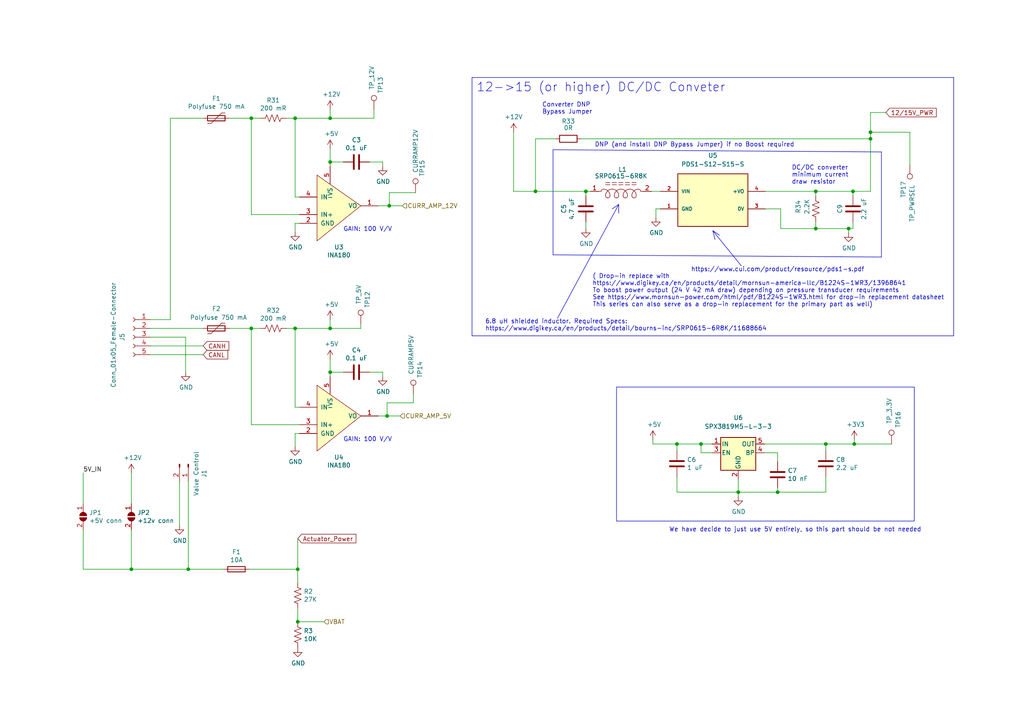
<source format=kicad_sch>
(kicad_sch (version 20230121) (generator eeschema)
  (paper "A4")
  (lib_symbols
    (symbol "Connector:Conn_01x05_Female" (pin_names (offset 1.016) hide)
      (property "Reference" "J" (at 0 7.62 0))
      (property "Value" "Conn_01x05_Female" (at 0 -7.62 0))
      (symbol "Conn_01x05_Female_1_1"
        (arc (start 0 -4.572) (mid -0.5058 -5.08) (end 0 -5.588) (stroke (width 0.1524)))
        (arc (start 0 -2.032) (mid -0.5058 -2.54) (end 0 -3.048) (stroke (width 0.1524)))
        (polyline (pts (xy -1.27 -5.08) (xy -0.508 -5.08)) (stroke (width 0.1524)))
        (polyline (pts (xy -1.27 -2.54) (xy -0.508 -2.54)) (stroke (width 0.1524)))
        (polyline (pts (xy -1.27 0) (xy -0.508 0)) (stroke (width 0.1524)))
        (polyline (pts (xy -1.27 2.54) (xy -0.508 2.54)) (stroke (width 0.1524)))
        (polyline (pts (xy -1.27 5.08) (xy -0.508 5.08)) (stroke (width 0.1524)))
        (arc (start 0 0.508) (mid -0.5058 0) (end 0 -0.508) (stroke (width 0.1524)))
        (arc (start 0 3.048) (mid -0.5058 2.54) (end 0 2.032) (stroke (width 0.1524)))
        (arc (start 0 5.588) (mid -0.5058 5.08) (end 0 4.572) (stroke (width 0.1524)))
        (pin passive line (at -5.08 5.08 0) (length 3.81) (name "Pin_1") (number "1"))
        (pin passive line (at -5.08 2.54 0) (length 3.81) (name "Pin_2") (number "2"))
        (pin passive line (at -5.08 0 0) (length 3.81) (name "Pin_3") (number "3"))
        (pin passive line (at -5.08 -2.54 0) (length 3.81) (name "Pin_4") (number "4"))
        (pin passive line (at -5.08 -5.08 0) (length 3.81) (name "Pin_5") (number "5"))
      )
    )
    (symbol "Device:C" (pin_numbers hide) (pin_names (offset 0.254))
      (property "Reference" "C" (at 0.635 2.54 0))
      (property "Value" "C" (at 0.635 -2.54 0))
      (symbol "C_0_1"
        (polyline (pts (xy -2.032 -0.762) (xy 2.032 -0.762)) (stroke (width 0.508)))
        (polyline (pts (xy -2.032 0.762) (xy 2.032 0.762)) (stroke (width 0.508)))
      )
      (symbol "C_1_1"
        (pin passive line (at 0 3.81 270) (length 2.794) (name "~") (number "1"))
        (pin passive line (at 0 -3.81 90) (length 2.794) (name "~") (number "2"))
      )
    )
    (symbol "Device:Fuse" (pin_numbers hide) (pin_names (offset 0))
      (property "Reference" "F" (at 2.032 0 90))
      (property "Value" "Fuse" (at -1.905 0 90))
      (symbol "Fuse_0_1"
        (rectangle (start -0.762 -2.54) (end 0.762 2.54) (stroke (width 0.254)))
        (polyline (pts (xy 0 2.54) (xy 0 -2.54)))
      )
      (symbol "Fuse_1_1"
        (pin passive line (at 0 3.81 270) (length 1.27) (name "~") (number "1"))
        (pin passive line (at 0 -3.81 90) (length 1.27) (name "~") (number "2"))
      )
    )
    (symbol "Device:Polyfuse" (pin_numbers hide) (pin_names (offset 0))
      (property "Reference" "F" (at -2.54 0 90))
      (property "Value" "Polyfuse" (at 2.54 0 90))
      (symbol "Polyfuse_0_1"
        (rectangle (start -0.762 2.54) (end 0.762 -2.54) (stroke (width 0.254)))
        (polyline (pts (xy 0 2.54) (xy 0 -2.54)))
        (polyline (pts (xy -1.524 2.54) (xy -1.524 1.524) (xy 1.524 -1.524) (xy 1.524 -2.54)))
      )
      (symbol "Polyfuse_1_1"
        (pin passive line (at 0 3.81 270) (length 1.27) (name "~") (number "1"))
        (pin passive line (at 0 -3.81 90) (length 1.27) (name "~") (number "2"))
      )
    )
    (symbol "Device:R" (pin_numbers hide) (pin_names (offset 0))
      (property "Reference" "R" (at 2.032 0 90))
      (property "Value" "R" (at 0 0 90))
      (symbol "R_0_1"
        (rectangle (start -1.016 -2.54) (end 1.016 2.54) (stroke (width 0.254)))
      )
      (symbol "R_1_1"
        (pin passive line (at 0 3.81 270) (length 1.27) (name "~") (number "1"))
        (pin passive line (at 0 -3.81 90) (length 1.27) (name "~") (number "2"))
      )
    )
    (symbol "Device:R_US" (pin_numbers hide) (pin_names (offset 0))
      (property "Reference" "R" (at 2.54 0 90))
      (property "Value" "R_US" (at -2.54 0 90))
      (symbol "R_US_0_1"
        (polyline (pts (xy 0 -2.286) (xy 0 -2.54)))
        (polyline (pts (xy 0 2.286) (xy 0 2.54)))
        (polyline (pts (xy 0 -0.762) (xy 1.016 -1.143) (xy 0 -1.524) (xy -1.016 -1.905) (xy 0 -2.286)))
        (polyline (pts (xy 0 0.762) (xy 1.016 0.381) (xy 0 0) (xy -1.016 -0.381) (xy 0 -0.762)))
        (polyline (pts (xy 0 2.286) (xy 1.016 1.905) (xy 0 1.524) (xy -1.016 1.143) (xy 0 0.762)))
      )
      (symbol "R_US_1_1"
        (pin passive line (at 0 3.81 270) (length 1.27) (name "~") (number "1"))
        (pin passive line (at 0 -3.81 90) (length 1.27) (name "~") (number "2"))
      )
    )
    (symbol "Jumper:SolderJumper_2_Open" (pin_names (offset 0) hide)
      (property "Reference" "JP" (at 0 2.032 0))
      (property "Value" "SolderJumper_2_Open" (at 0 -2.54 0))
      (symbol "SolderJumper_2_Open_0_1"
        (arc (start -0.254 1.016) (mid -1.2656 0) (end -0.254 -1.016))
        (arc (start -0.254 1.016) (mid -1.2656 0) (end -0.254 -1.016) (fill (type outline)))
        (polyline (pts (xy -0.254 1.016) (xy -0.254 -1.016)))
        (polyline (pts (xy 0.254 1.016) (xy 0.254 -1.016)))
        (arc (start 0.254 -1.016) (mid 1.2656 0) (end 0.254 1.016))
        (arc (start 0.254 -1.016) (mid 1.2656 0) (end 0.254 1.016) (fill (type outline)))
      )
      (symbol "SolderJumper_2_Open_1_1"
        (pin passive line (at -3.81 0 0) (length 2.54) (name "A") (number "1"))
        (pin passive line (at 3.81 0 180) (length 2.54) (name "B") (number "2"))
      )
    )
    (symbol "PDS1-S12-S15-S:PDS1-S12-S15-S" (pin_names (offset 1.016))
      (property "Reference" "U" (at -10.2616 7.6962 0))
      (property "Value" "PDS1-S12-S15-S" (at -10.2362 -10.2362 0))
      (symbol "PDS1-S12-S15-S_0_0"
        (rectangle (start -10.16 -7.62) (end 10.16 7.62) (stroke (width 0.254)) (fill (type background)))
        (pin power_in line (at -15.24 -2.54 0) (length 5.08) (name "GND") (number "1"))
        (pin input line (at -15.24 2.54 0) (length 5.08) (name "VIN") (number "2"))
        (pin power_in line (at 15.24 -2.54 180) (length 5.08) (name "0V") (number "3"))
        (pin output line (at 15.24 2.54 180) (length 5.08) (name "+VO") (number "4"))
      )
    )
    (symbol "Regulator_Linear:SPX3819M5-L-3-3" (pin_names (offset 0.254))
      (property "Reference" "U" (at -3.81 5.715 0))
      (property "Value" "SPX3819M5-L-3-3" (at 0 5.715 0))
      (symbol "SPX3819M5-L-3-3_0_1"
        (rectangle (start -5.08 4.445) (end 5.08 -5.08) (stroke (width 0.254)) (fill (type background)))
      )
      (symbol "SPX3819M5-L-3-3_1_1"
        (pin power_in line (at -7.62 2.54 0) (length 2.54) (name "IN") (number "1"))
        (pin power_in line (at 0 -7.62 90) (length 2.54) (name "GND") (number "2"))
        (pin input line (at -7.62 0 0) (length 2.54) (name "EN") (number "3"))
        (pin input line (at 7.62 0 180) (length 2.54) (name "BP") (number "4"))
        (pin power_out line (at 7.62 2.54 180) (length 2.54) (name "OUT") (number "5"))
      )
    )
    (symbol "actuator-rescue:Conn_01x02_Male-Connector" (pin_names (offset 1.016) hide)
      (property "Reference" "J" (at 0 2.54 0))
      (property "Value" "Connector_Conn_01x02_Male" (at 0 -5.08 0))
      (symbol "Conn_01x02_Male-Connector_1_1"
        (polyline (pts (xy 1.27 -2.54) (xy 0.8636 -2.54)) (stroke (width 0.1524)))
        (polyline (pts (xy 1.27 0) (xy 0.8636 0)) (stroke (width 0.1524)))
        (rectangle (start 0.8636 -2.413) (end 0 -2.667) (stroke (width 0.1524)) (fill (type outline)))
        (rectangle (start 0.8636 0.127) (end 0 -0.127) (stroke (width 0.1524)) (fill (type outline)))
        (pin passive line (at 5.08 0 180) (length 3.81) (name "Pin_1") (number "1"))
        (pin passive line (at 5.08 -2.54 180) (length 3.81) (name "Pin_2") (number "2"))
      )
    )
    (symbol "bourns_SRP0615_inductors:L_POWER_SHIELDED"
      (property "Reference" "L1" (at -0.762 6.35 0))
      (property "Value" "SRP0615-6R8K" (at -7.62 4.445 0))
      (symbol "L_POWER_SHIELDED_0_1"
        (arc (start -5.08 0.635) (mid -5.529 0.449) (end -5.715 0))
        (arc (start -4.445 -1.27) (mid -4.259 -1.719) (end -3.81 -1.905))
        (arc (start -3.81 -1.905) (mid -3.361 -1.719) (end -3.175 -1.27))
        (arc (start -3.1714 -1.2664) (mid -3.7304 0.0796) (end -5.0764 0.6386))
        (arc (start -2.54 0.635) (mid -3.886 0.076) (end -4.445 -1.27))
        (arc (start -1.9086 -1.2664) (mid -1.7226 -1.7154) (end -1.2736 -1.9014))
        (arc (start -1.2736 -1.9014) (mid -0.8246 -1.7154) (end -0.6386 -1.2664))
        (arc (start -0.635 -1.2628) (mid -1.194 0.0832) (end -2.54 0.6422))
        (arc (start -0.0036 0.6386) (mid -1.3496 0.0796) (end -1.9086 -1.2664))
        (polyline (pts (xy -5.715 0) (xy -6.35 0)))
        (polyline (pts (xy -5.0764 0.6314) (xy -5.0764 0.6314)))
        (polyline (pts (xy -3.175 1.905) (xy -4.445 1.905)))
        (polyline (pts (xy -3.175 2.54) (xy -4.445 2.54)))
        (polyline (pts (xy -2.54 0.635) (xy -2.54 0.635)))
        (polyline (pts (xy -1.27 1.905) (xy -2.54 1.905)))
        (polyline (pts (xy -1.27 2.54) (xy -2.54 2.54)))
        (polyline (pts (xy 0.635 1.905) (xy -0.635 1.905)))
        (polyline (pts (xy 0.635 2.54) (xy -0.635 2.54)))
        (polyline (pts (xy 1.27 1.905) (xy 2.54 1.905)))
        (polyline (pts (xy 1.27 2.54) (xy 2.54 2.54)))
        (polyline (pts (xy 3.175 1.905) (xy 4.445 1.905)))
        (polyline (pts (xy 3.175 2.54) (xy 4.445 2.54)))
        (polyline (pts (xy 5.715 0) (xy 6.35 0)))
        (arc (start 0.6314 -1.2664) (mid 0.8174 -1.7154) (end 1.2664 -1.9014))
        (arc (start 1.2664 -1.9014) (mid 1.7154 -1.7154) (end 1.9014 -1.2664))
        (arc (start 1.905 -1.2628) (mid 1.346 0.0832) (end 0 0.6422))
        (arc (start 2.54 0.635) (mid 1.1937 0.0778) (end 0.6314 -1.2664))
        (arc (start 3.175 -1.27) (mid 3.361 -1.719) (end 3.81 -1.905))
        (arc (start 3.81 -1.905) (mid 4.259 -1.719) (end 4.445 -1.27))
        (arc (start 4.4486 -1.2664) (mid 3.8896 0.0796) (end 2.5436 0.6386))
        (arc (start 5.08 0.635) (mid 3.734 0.076) (end 3.175 -1.27))
        (arc (start 5.715 0) (mid 5.529 0.449) (end 5.08 0.635))
      )
      (symbol "L_POWER_SHIELDED_1_1"
        (pin passive line (at -8.89 0 0) (length 2.54) (name "") (number "1"))
        (pin passive line (at 8.89 0 180) (length 2.54) (name "") (number "2"))
      )
    )
    (symbol "canhw:INA180" (pin_names (offset 1.016))
      (property "Reference" "U" (at -5.08 13.97 0))
      (property "Value" "INA180" (at -11.43 15.24 0))
      (symbol "INA180_0_1"
        (polyline (pts (xy 5.08 0) (xy -7.62 8.89)))
        (polyline (pts (xy -7.62 8.89) (xy -7.62 -10.16) (xy 5.08 0)) (fill (type background)))
      )
      (symbol "INA180_1_1"
        (pin output line (at 10.16 0 180) (length 5.08) (name "VO") (number "1"))
        (pin power_in line (at -12.7 -5.08 0) (length 5.08) (name "GND") (number "2"))
        (pin input line (at -12.7 -2.54 0) (length 5.08) (name "IN+") (number "3"))
        (pin input line (at -12.7 2.54 0) (length 5.08) (name "IN-") (number "4"))
        (pin power_in line (at -3.81 11.43 270) (length 5.08) (name "VS") (number "5"))
      )
    )
    (symbol "canhw:TestPointKeystone" (pin_numbers hide) (pin_names (offset 0.762) hide)
      (property "Reference" "TP" (at 0 6.858 0))
      (property "Value" "TestPointKeystone" (at 0 5.08 0))
      (symbol "TestPointKeystone_0_1"
        (circle (center 0 3.302) (radius 0.762))
      )
      (symbol "TestPointKeystone_1_1"
        (pin passive line (at 0 0 90) (length 2.54) (name "1") (number "1"))
      )
    )
    (symbol "power:+12V" (power) (pin_names (offset 0))
      (property "Value" "+12V" (at 0 3.556 0))
      (symbol "+12V_0_1"
        (polyline (pts (xy -0.762 1.27) (xy 0 2.54)))
        (polyline (pts (xy 0 0) (xy 0 2.54)))
        (polyline (pts (xy 0 2.54) (xy 0.762 1.27)))
      )
      (symbol "+12V_1_1"
        (pin power_in line (at 0 0 90) (length 0) hide (name "+12V") (number "1"))
      )
    )
    (symbol "power:+3V3" (power) (pin_names (offset 0))
      (property "Value" "+3V3" (at 0 3.556 0))
      (symbol "+3V3_0_1"
        (polyline (pts (xy -0.762 1.27) (xy 0 2.54)))
        (polyline (pts (xy 0 0) (xy 0 2.54)))
        (polyline (pts (xy 0 2.54) (xy 0.762 1.27)))
      )
      (symbol "+3V3_1_1"
        (pin power_in line (at 0 0 90) (length 0) hide (name "+3V3") (number "1"))
      )
    )
    (symbol "power:+5V" (power) (pin_names (offset 0))
      (property "Value" "+5V" (at 0 3.556 0))
      (symbol "+5V_0_1"
        (polyline (pts (xy -0.762 1.27) (xy 0 2.54)))
        (polyline (pts (xy 0 0) (xy 0 2.54)))
        (polyline (pts (xy 0 2.54) (xy 0.762 1.27)))
      )
      (symbol "+5V_1_1"
        (pin power_in line (at 0 0 90) (length 0) hide (name "+5V") (number "1"))
      )
    )
    (symbol "power:GND" (power) (pin_names (offset 0))
      (property "Value" "GND" (at 0 -3.81 0))
      (symbol "GND_0_1"
        (polyline (pts (xy 0 0) (xy 0 -1.27) (xy 1.27 -1.27) (xy 0 -2.54) (xy -1.27 -1.27) (xy 0 -1.27)))
      )
      (symbol "GND_1_1"
        (pin power_in line (at 0 0 270) (length 0) hide (name "GND") (number "1"))
      )
    )
  )
  (junction (at 54.61 165.1))
  (junction (at 225.552 142.748))
  (junction (at 236.601 66.294))
  (junction (at 72.898 34.29))
  (junction (at 247.396 55.499))
  (junction (at 112.903 59.69))
  (junction (at 155.321 55.499))
  (junction (at 95.758 46.99))
  (junction (at 252.476 40.259))
  (junction (at 86.36 165.1))
  (junction (at 85.598 95.25))
  (junction (at 196.342 128.778))
  (junction (at 252.476 38.354))
  (junction (at 214.122 142.748))
  (junction (at 236.601 55.499))
  (junction (at 86.36 180.34))
  (junction (at 38.1 165.1))
  (junction (at 246.126 66.294))
  (junction (at 95.758 95.25))
  (junction (at 169.926 55.499))
  (junction (at 112.268 120.65))
  (junction (at 72.898 95.25))
  (junction (at 95.758 34.29))
  (junction (at 239.522 128.778))
  (junction (at 203.327 128.778))
  (junction (at 85.598 34.29))
  (junction (at 247.777 128.778))
  (junction (at 95.758 107.95))
  (wire (pts (xy 168.656 40.259) (xy 252.476 40.259)))
  (wire (pts (xy 43.688 92.71) (xy 49.403 92.71)))
  (wire (pts (xy 155.321 40.259) (xy 155.321 55.499)))
  (wire (pts (xy 49.403 34.29) (xy 58.928 34.29)))
  (wire (pts (xy 239.522 138.303) (xy 239.522 142.748)))
  (wire (pts (xy 43.688 102.87) (xy 58.928 102.87)))
  (polyline (pts (xy 179.451 59.309) (xy 179.451 61.849)))
  (wire (pts (xy 53.848 107.95) (xy 53.848 97.79)))
  (wire (pts (xy 85.598 57.15) (xy 86.868 57.15)))
  (wire (pts (xy 116.078 120.65) (xy 112.268 120.65)))
  (wire (pts (xy 247.777 128.778) (xy 258.572 128.778)))
  (wire (pts (xy 24.13 165.1) (xy 38.1 165.1)))
  (wire (pts (xy 110.998 46.99) (xy 110.998 48.26)))
  (wire (pts (xy 83.058 95.25) (xy 85.598 95.25)))
  (wire (pts (xy 86.36 165.1) (xy 72.39 165.1)))
  (wire (pts (xy 95.758 43.18) (xy 95.758 46.99)))
  (wire (pts (xy 53.848 97.79) (xy 43.688 97.79)))
  (wire (pts (xy 236.601 55.499) (xy 247.396 55.499)))
  (wire (pts (xy 169.926 64.389) (xy 169.926 66.294)))
  (wire (pts (xy 221.742 128.778) (xy 239.522 128.778)))
  (wire (pts (xy 247.396 66.294) (xy 246.126 66.294)))
  (wire (pts (xy 252.476 38.354) (xy 263.906 38.354)))
  (wire (pts (xy 95.758 104.14) (xy 95.758 107.95)))
  (wire (pts (xy 196.342 138.303) (xy 196.342 142.748)))
  (wire (pts (xy 108.458 31.75) (xy 108.458 34.29)))
  (wire (pts (xy 86.36 156.21) (xy 86.36 165.1)))
  (wire (pts (xy 190.246 60.579) (xy 191.516 60.579)))
  (wire (pts (xy 239.522 128.778) (xy 239.522 130.683)))
  (wire (pts (xy 221.996 55.499) (xy 236.601 55.499)))
  (wire (pts (xy 247.396 55.499) (xy 247.396 56.769)))
  (wire (pts (xy 246.126 66.294) (xy 246.126 67.564)))
  (wire (pts (xy 189.357 128.778) (xy 189.357 127.508)))
  (wire (pts (xy 203.327 131.318) (xy 203.327 128.778)))
  (wire (pts (xy 38.1 165.1) (xy 54.61 165.1)))
  (wire (pts (xy 72.898 123.19) (xy 72.898 95.25)))
  (wire (pts (xy 252.476 40.259) (xy 252.476 55.499)))
  (wire (pts (xy 169.926 55.499) (xy 169.926 56.769)))
  (wire (pts (xy 86.36 168.91) (xy 86.36 165.1)))
  (polyline (pts (xy 136.906 22.479) (xy 276.606 22.479)))
  (polyline (pts (xy 136.906 22.479) (xy 136.906 97.409)))
  (wire (pts (xy 85.598 125.73) (xy 85.598 129.54)))
  (wire (pts (xy 148.971 38.354) (xy 148.971 55.499)))
  (wire (pts (xy 104.648 93.98) (xy 104.648 95.25)))
  (wire (pts (xy 116.713 59.69) (xy 112.903 59.69)))
  (wire (pts (xy 120.523 55.88) (xy 112.903 55.88)))
  (wire (pts (xy 54.61 165.1) (xy 64.77 165.1)))
  (wire (pts (xy 72.898 123.19) (xy 86.868 123.19)))
  (wire (pts (xy 110.998 109.22) (xy 110.998 107.95)))
  (wire (pts (xy 252.476 32.639) (xy 256.921 32.639)))
  (wire (pts (xy 95.758 46.99) (xy 95.758 48.26)))
  (wire (pts (xy 206.502 128.778) (xy 203.327 128.778)))
  (wire (pts (xy 66.548 95.25) (xy 72.898 95.25)))
  (wire (pts (xy 72.898 62.23) (xy 72.898 34.29)))
  (polyline (pts (xy 179.451 59.309) (xy 161.671 92.329)))
  (polyline (pts (xy 160.401 43.434) (xy 160.401 73.914)))
  (wire (pts (xy 263.906 38.354) (xy 263.906 47.879)))
  (polyline (pts (xy 276.606 97.409) (xy 276.606 22.479)))
  (wire (pts (xy 43.688 100.33) (xy 58.928 100.33)))
  (polyline (pts (xy 177.546 60.579) (xy 179.451 59.309)))
  (wire (pts (xy 85.598 118.11) (xy 86.868 118.11)))
  (wire (pts (xy 155.321 40.259) (xy 161.036 40.259)))
  (polyline (pts (xy 206.756 66.929) (xy 208.661 68.199)))
  (wire (pts (xy 236.601 66.294) (xy 246.126 66.294)))
  (wire (pts (xy 104.648 95.25) (xy 95.758 95.25)))
  (wire (pts (xy 72.898 34.29) (xy 75.438 34.29)))
  (wire (pts (xy 206.502 131.318) (xy 203.327 131.318)))
  (wire (pts (xy 38.1 153.67) (xy 38.1 165.1)))
  (polyline (pts (xy 255.651 74.549) (xy 160.401 73.914)))
  (wire (pts (xy 83.058 34.29) (xy 85.598 34.29)))
  (wire (pts (xy 86.868 64.77) (xy 85.598 64.77)))
  (wire (pts (xy 225.552 141.478) (xy 225.552 142.748)))
  (wire (pts (xy 247.396 64.389) (xy 247.396 66.294)))
  (wire (pts (xy 86.36 180.34) (xy 86.36 176.53)))
  (wire (pts (xy 72.898 95.25) (xy 75.438 95.25)))
  (wire (pts (xy 112.268 120.65) (xy 109.728 120.65)))
  (wire (pts (xy 203.327 128.778) (xy 196.342 128.778)))
  (wire (pts (xy 236.601 55.499) (xy 236.601 56.769)))
  (wire (pts (xy 85.598 64.77) (xy 85.598 67.31)))
  (wire (pts (xy 85.598 118.11) (xy 85.598 95.25)))
  (wire (pts (xy 112.903 59.69) (xy 109.728 59.69)))
  (wire (pts (xy 85.598 95.25) (xy 95.758 95.25)))
  (wire (pts (xy 226.441 66.294) (xy 226.441 60.579)))
  (polyline (pts (xy 160.401 43.434) (xy 255.651 44.069)))
  (wire (pts (xy 119.888 116.84) (xy 119.888 114.3)))
  (wire (pts (xy 226.441 66.294) (xy 236.601 66.294)))
  (wire (pts (xy 239.522 128.778) (xy 247.777 128.778)))
  (wire (pts (xy 171.196 55.499) (xy 169.926 55.499)))
  (wire (pts (xy 99.568 46.99) (xy 95.758 46.99)))
  (wire (pts (xy 214.122 138.938) (xy 214.122 142.748)))
  (wire (pts (xy 225.552 131.318) (xy 221.742 131.318)))
  (wire (pts (xy 99.568 107.95) (xy 95.758 107.95)))
  (wire (pts (xy 52.07 139.7) (xy 52.07 152.4)))
  (wire (pts (xy 252.476 38.354) (xy 252.476 40.259)))
  (wire (pts (xy 54.61 139.7) (xy 54.61 165.1)))
  (wire (pts (xy 247.777 127.508) (xy 247.777 128.778)))
  (wire (pts (xy 196.342 128.778) (xy 196.342 130.683)))
  (wire (pts (xy 148.971 55.499) (xy 155.321 55.499)))
  (wire (pts (xy 24.13 137.16) (xy 24.13 146.05)))
  (wire (pts (xy 108.458 34.29) (xy 95.758 34.29)))
  (wire (pts (xy 49.403 92.71) (xy 49.403 34.29)))
  (wire (pts (xy 190.246 60.579) (xy 190.246 63.119)))
  (wire (pts (xy 239.522 142.748) (xy 225.552 142.748)))
  (wire (pts (xy 225.552 142.748) (xy 214.122 142.748)))
  (wire (pts (xy 112.268 116.84) (xy 112.268 120.65)))
  (wire (pts (xy 85.598 34.29) (xy 95.758 34.29)))
  (wire (pts (xy 66.548 34.29) (xy 72.898 34.29)))
  (wire (pts (xy 247.396 55.499) (xy 252.476 55.499)))
  (polyline (pts (xy 255.651 44.069) (xy 255.651 74.549)))
  (wire (pts (xy 86.868 125.73) (xy 85.598 125.73)))
  (wire (pts (xy 214.122 142.748) (xy 214.122 144.018)))
  (wire (pts (xy 107.188 107.95) (xy 110.998 107.95)))
  (wire (pts (xy 43.688 95.25) (xy 58.928 95.25)))
  (wire (pts (xy 112.268 116.84) (xy 119.888 116.84)))
  (wire (pts (xy 252.476 32.639) (xy 252.476 38.354)))
  (wire (pts (xy 196.342 142.748) (xy 214.122 142.748)))
  (wire (pts (xy 38.1 137.16) (xy 38.1 146.05)))
  (wire (pts (xy 112.903 55.88) (xy 112.903 59.69)))
  (polyline (pts (xy 136.906 97.409) (xy 276.606 97.409)))
  (polyline (pts (xy 206.756 66.929) (xy 207.391 69.469)))
  (wire (pts (xy 95.758 34.29) (xy 95.758 31.75)))
  (wire (pts (xy 86.868 62.23) (xy 72.898 62.23)))
  (wire (pts (xy 155.321 55.499) (xy 169.926 55.499)))
  (wire (pts (xy 188.976 55.499) (xy 191.516 55.499)))
  (wire (pts (xy 236.601 64.389) (xy 236.601 66.294)))
  (wire (pts (xy 107.188 46.99) (xy 110.998 46.99)))
  (polyline (pts (xy 206.756 66.929) (xy 215.011 77.089)))
  (wire (pts (xy 93.98 180.34) (xy 86.36 180.34)))
  (wire (pts (xy 24.13 153.67) (xy 24.13 165.1)))
  (wire (pts (xy 95.758 95.25) (xy 95.758 92.71)))
  (wire (pts (xy 226.441 60.579) (xy 221.996 60.579)))
  (wire (pts (xy 95.758 107.95) (xy 95.758 109.22)))
  (wire (pts (xy 225.552 133.858) (xy 225.552 131.318)))
  (wire (pts (xy 85.598 57.15) (xy 85.598 34.29)))
  (wire (pts (xy 196.342 128.778) (xy 189.357 128.778)))
  (rectangle (start 178.816 112.268) (end 265.176 151.13))
  (text "12->15 (or higher) DC/DC Conveter" (at 138.176 26.924 0) (effects (font (size 2.54 2.54)) (justify left bottom)))
  (text "GAIN: 100 V/V" (at 99.568 67.31 0) (effects (font (size 1.27 1.27)) (justify left bottom)))
  (text "GAIN: 100 V/V" (at 99.568 128.27 0) (effects (font (size 1.27 1.27)) (justify left bottom)))
  (text "https://www.cui.com/product/resource/pds1-s.pdf" (at 200.406 78.994 0) (effects (font (size 1.27 1.27)) (justify left bottom)))
  (text "DC/DC converter \nminimum current \ndraw resistor" (at 229.616 53.594 0) (effects (font (size 1.27 1.27)) (justify left bottom)))
  (text "We have decide to just use 5V entirely, so this part should be not needed" (at 194.056 154.432 0) (effects (font (size 1.27 1.27)) (justify left bottom)))
  (text "DNP (and install DNP Bypass Jumper) if no Boost required" (at 172.466 42.799 0) (effects (font (size 1.27 1.27)) (justify left bottom)))
  (text "6.8 uH shielded inductor. Required Specs:\nhttps://www.digikey.ca/en/products/detail/bourns-inc/SRP0615-6R8K/11688664" (at 140.716 96.139 0) (effects (font (size 1.27 1.27)) (justify left bottom)))
  (text "( Drop-in replace with \nhttps://www.digikey.ca/en/products/detail/mornsun-america-llc/B1224S-1WR3/13968641\nTo boost power output (24 V 42 mA draw) depending on pressure transducer requirements\nSee https://www.mornsun-power.com/html/pdf/B1224S-1WR3.html for drop-in replacement datasheet\nThis series can also serve as a drop-in replacement for the primary part as well)" (at 171.831 89.154 0) (effects (font (size 1.27 1.27)) (justify left bottom)))
  (text "Converter DNP \nBypass Jumper" (at 157.226 33.274 0) (effects (font (size 1.27 1.27)) (justify left bottom)))
  (label "5V_IN" (at 24.13 137.16 0))
  (global_label "CANL" (shape input) (at 58.928 102.87 0) (property "Intersheetrefs" "${INTERSHEET_REFS}" (effects hide)))
  (global_label "CANH" (shape input) (at 58.928 100.33 0) (property "Intersheetrefs" "${INTERSHEET_REFS}" (effects hide)))
  (global_label "Actuator_Power" (shape input) (at 86.36 156.21 0) (property "Intersheetrefs" "${INTERSHEET_REFS}" (effects hide)))
  (global_label "12{slash}15V_PWR" (shape input) (at 256.921 32.639 0) (property "Intersheetrefs" "${INTERSHEET_REFS}" (effects hide)))
  (hierarchical_label "CURR_AMP_12V" (shape input) (at 116.713 59.69 0))
  (hierarchical_label "CURR_AMP_5V" (shape input) (at 116.078 120.65 0))
  (hierarchical_label "VBAT" (shape input) (at 93.98 180.34 0))
  (symbol (lib_id "canhw:INA180") (at 99.568 120.65 0) (unit 1)
    (property "Reference" "U4" (at 98.298 132.6388 0))
    (property "Value" "INA180" (at 98.298 134.9502 0))
    (property "Footprint" "Package_TO_SOT_SMD:SOT-23-5_HandSoldering" (effects hide))
    (property "Datasheet" "http://www.ti.com/lit/ds/symlink/ina180.pdf" (effects hide))
    (instances (project "Propulsion Board" (path "" (reference "U4") (unit 1)) (path "" (reference "U8") (unit 1))) (project "PropulsionBoard" (path "" (reference "U4") (unit 1))) (project "sensors" (path "" (reference "U6") (unit 1))))
  )
  (symbol (lib_id "canhw:INA180") (at 99.568 59.69 0) (unit 1)
    (property "Reference" "U3" (at 98.298 71.6788 0))
    (property "Value" "INA180" (at 98.298 73.9902 0))
    (property "Footprint" "Package_TO_SOT_SMD:SOT-23-5_HandSoldering" (effects hide))
    (property "Datasheet" "http://www.ti.com/lit/ds/symlink/ina180.pdf" (effects hide))
    (instances (project "Propulsion Board" (path "" (reference "U3") (unit 1)) (path "" (reference "U7") (unit 1))) (project "PropulsionBoard" (path "" (reference "U3") (unit 1))) (project "sensors" (path "" (reference "U5") (unit 1))))
  )
  (symbol (lib_id "canhw:TestPointKeystone") (at 120.523 55.88 0) (unit 1)
    (property "Reference" "TP15" (at 122.428 46.355 90) (effects (justify right)))
    (property "Value" "CURRAMP12V" (at 120.523 37.465 90) (effects (justify right)))
    (property "Footprint" "sensor_mini:KEYSTONE_5000" (effects hide))
    (property "Datasheet" "https://www.keyelco.com/userAssets/file/M65p56.pdf" (effects hide))
    (instances (project "Propulsion Board" (path "" (reference "TP15") (unit 1)) (path "" (reference "TP21") (unit 1))) (project "PropulsionBoard" (path "" (reference "TP8") (unit 1))) (project "sensors" (path "" (reference "TP21") (unit 1))))
  )
  (symbol (lib_id "power:GND") (at 110.998 48.26 0) (unit 1)
    (property "Reference" "#PWR035" (effects hide))
    (property "Value" "GND" (at 111.125 52.6542 0))
    (instances (project "Propulsion Board" (path "" (reference "#PWR035") (unit 1)) (path "" (reference "#PWR051") (unit 1))) (project "PropulsionBoard" (path "" (reference "#PWR027") (unit 1))) (project "sensors" (path "" (reference "#PWR044") (unit 1))))
  )
  (symbol (lib_id "power:+5V") (at 95.758 43.18 0) (unit 1)
    (property "Reference" "#PWR032" (effects hide))
    (property "Value" "+5V" (at 96.139 38.7858 0))
    (instances (project "Propulsion Board" (path "" (reference "#PWR032") (unit 1)) (path "" (reference "#PWR048") (unit 1))) (project "PropulsionBoard" (path "" (reference "#PWR024") (unit 1))) (project "sensors" (path "" (reference "#PWR041") (unit 1))))
  )
  (symbol (lib_id "Device:R_US") (at 86.36 184.15 0) (unit 1)
    (property "Reference" "R3" (at 88.0872 182.9816 0) (effects (justify left)))
    (property "Value" "10K" (at 88.0872 185.293 0) (effects (justify left)))
    (property "Footprint" "Resistor_SMD:R_0805_2012Metric" (effects hide))
    (instances (project "actuator" (path "" (reference "R3") (unit 1))) (project "Propulsion Board" (path "" (reference "R64") (unit 1)) (path "" (reference "R67") (unit 1))) (project "PropulsionBoard" (path "" (reference "R12") (unit 1))))
  )
  (symbol (lib_id "canhw:TestPointKeystone") (at 108.458 31.75 0) (unit 1)
    (property "Reference" "TP13" (at 110.363 22.225 90) (effects (justify right)))
    (property "Value" "TP_12V" (at 107.823 26.035 90) (effects (justify left)))
    (property "Footprint" "sensor_mini:KEYSTONE_5000" (effects hide))
    (property "Datasheet" "https://www.keyelco.com/userAssets/file/M65p56.pdf" (effects hide))
    (instances (project "Propulsion Board" (path "" (reference "TP13") (unit 1)) (path "" (reference "TP19") (unit 1))) (project "PropulsionBoard" (path "" (reference "TP6") (unit 1))) (project "sensors" (path "" (reference "TP14") (unit 1))))
  )
  (symbol (lib_id "power:GND") (at 86.36 187.96 0) (unit 1)
    (property "Reference" "#PWR0115" (effects hide))
    (property "Value" "GND" (at 86.487 192.3542 0))
    (instances (project "actuator" (path "" (reference "#PWR0115") (unit 1))) (project "Propulsion Board" (path "" (reference "#PWR0120") (unit 1)) (path "" (reference "#PWR0129") (unit 1))) (project "PropulsionBoard" (path "" (reference "#PWR022") (unit 1))))
  )
  (symbol (lib_id "Device:Fuse") (at 68.58 165.1 270) (unit 1)
    (property "Reference" "F1" (at 68.58 160.0962 90))
    (property "Value" "10A" (at 68.58 162.4076 90))
    (property "Footprint" "canhw_footprints:Fuseholder_36-3557-15-ND" (effects hide))
    (instances (project "actuator" (path "" (reference "F1") (unit 1))) (project "Propulsion Board" (path "" (reference "F5") (unit 1)) (path "" (reference "F7") (unit 1))) (project "PropulsionBoard" (path "" (reference "F3") (unit 1))))
  )
  (symbol (lib_id "power:+12V") (at 95.758 31.75 0) (unit 1)
    (property "Reference" "#PWR031" (effects hide))
    (property "Value" "+12V" (at 96.139 27.3558 0))
    (instances (project "Propulsion Board" (path "" (reference "#PWR031") (unit 1)) (path "" (reference "#PWR047") (unit 1))) (project "PropulsionBoard" (path "" (reference "#PWR023") (unit 1))) (project "sensors" (path "" (reference "#PWR040") (unit 1))))
  )
  (symbol (lib_id "Device:C") (at 196.342 134.493 0) (unit 1)
    (property "Reference" "C6" (at 199.263 133.3246 0) (effects (justify left)))
    (property "Value" "1 uF" (at 199.263 135.636 0) (effects (justify left)))
    (property "Footprint" "Capacitor_SMD:C_0805_2012Metric_Pad1.18x1.45mm_HandSolder" (effects hide))
    (instances (project "Propulsion Board" (path "" (reference "C6") (unit 1)) (path "" (reference "C13") (unit 1))) (project "PropulsionBoard" (path "" (reference "C8") (unit 1))) (project "sensors" (path "" (reference "C10") (unit 1))))
  )
  (symbol (lib_id "power:GND") (at 85.598 129.54 0) (unit 1)
    (property "Reference" "#PWR030" (effects hide))
    (property "Value" "GND" (at 85.725 133.9342 0))
    (instances (project "Propulsion Board" (path "" (reference "#PWR030") (unit 1)) (path "" (reference "#PWR046") (unit 1))) (project "PropulsionBoard" (path "" (reference "#PWR021") (unit 1))) (project "sensors" (path "" (reference "#PWR039") (unit 1))))
  )
  (symbol (lib_id "Device:R_US") (at 79.248 34.29 270) (unit 1)
    (property "Reference" "R31" (at 79.248 29.083 90))
    (property "Value" "200 mR" (at 79.248 31.3944 90))
    (property "Footprint" "Resistor_SMD:R_1206_3216Metric_Pad1.30x1.75mm_HandSolder" (effects hide))
    (instances (project "Propulsion Board" (path "" (reference "R31") (unit 1)) (path "" (reference "R35") (unit 1))) (project "PropulsionBoard" (path "" (reference "R3") (unit 1))) (project "sensors" (path "" (reference "R31") (unit 1))))
  )
  (symbol (lib_id "power:GND") (at 169.926 66.294 0) (unit 1)
    (property "Reference" "#PWR038" (effects hide))
    (property "Value" "GND" (at 170.053 70.6882 0))
    (instances (project "Propulsion Board" (path "" (reference "#PWR038") (unit 1)) (path "" (reference "#PWR054") (unit 1))) (project "PropulsionBoard" (path "" (reference "#PWR030") (unit 1))) (project "sensors" (path "" (reference "#PWR047") (unit 1))))
  )
  (symbol (lib_id "power:+12V") (at 148.971 38.354 0) (unit 1)
    (property "Reference" "#PWR037" (effects hide))
    (property "Value" "+12V" (at 148.971 33.909 0))
    (instances (project "Propulsion Board" (path "" (reference "#PWR037") (unit 1)) (path "" (reference "#PWR053") (unit 1))) (project "PropulsionBoard" (path "" (reference "#PWR029") (unit 1))) (project "sensors" (path "" (reference "#PWR046") (unit 1))))
  )
  (symbol (lib_id "power:GND") (at 110.998 109.22 0) (unit 1)
    (property "Reference" "#PWR036" (effects hide))
    (property "Value" "GND" (at 111.125 113.6142 0))
    (instances (project "Propulsion Board" (path "" (reference "#PWR036") (unit 1)) (path "" (reference "#PWR052") (unit 1))) (project "PropulsionBoard" (path "" (reference "#PWR028") (unit 1))) (project "sensors" (path "" (reference "#PWR045") (unit 1))))
  )
  (symbol (lib_id "Device:C") (at 103.378 107.95 270) (unit 1)
    (property "Reference" "C4" (at 103.378 101.5492 90))
    (property "Value" "0.1 uF" (at 103.378 103.8606 90))
    (property "Footprint" "Capacitor_SMD:C_0805_2012Metric_Pad1.18x1.45mm_HandSolder" (effects hide))
    (instances (project "Propulsion Board" (path "" (reference "C4") (unit 1)) (path "" (reference "C11") (unit 1))) (project "PropulsionBoard" (path "" (reference "C6") (unit 1))) (project "sensors" (path "" (reference "C7") (unit 1))))
  )
  (symbol (lib_id "power:GND") (at 53.848 107.95 0) (unit 1)
    (property "Reference" "#PWR028" (effects hide))
    (property "Value" "GND" (at 53.975 112.3442 0))
    (instances (project "Propulsion Board" (path "" (reference "#PWR028") (unit 1)) (path "" (reference "#PWR044") (unit 1))) (project "PropulsionBoard" (path "" (reference "#PWR019") (unit 1))) (project "sensors" (path "" (reference "#PWR037") (unit 1))))
  )
  (symbol (lib_id "Device:C") (at 247.396 60.579 0) (unit 1)
    (property "Reference" "C9" (at 243.586 60.579 90))
    (property "Value" "2.2 uF" (at 250.571 60.579 90))
    (property "Footprint" "Capacitor_SMD:C_0805_2012Metric_Pad1.18x1.45mm_HandSolder" (effects hide))
    (instances (project "Propulsion Board" (path "" (reference "C9") (unit 1)) (path "" (reference "C16") (unit 1))) (project "PropulsionBoard" (path "" (reference "C11") (unit 1))) (project "sensors" (path "" (reference "C11") (unit 1))))
  )
  (symbol (lib_id "bourns_SRP0615_inductors:L_POWER_SHIELDED") (at 180.086 55.499 0) (unit 1)
    (property "Reference" "L1" (at 179.324 49.149 0) (effects (justify left)))
    (property "Value" "SRP0615-6R8K" (at 172.466 51.054 0) (effects (justify left)))
    (property "Footprint" "sensor_mini:SRP0615-6R8K" (effects hide))
    (property "Datasheet" "https://www.bourns.com/docs/product-datasheets/srp0615.pdf" (effects hide))
    (instances (project "Propulsion Board" (path "" (reference "L1") (unit 1)) (path "" (reference "L2") (unit 1))) (project "PropulsionBoard" (path "" (reference "L1") (unit 1))) (project "sensors" (path "" (reference "L1") (unit 1))))
  )
  (symbol (lib_id "PDS1-S12-S15-S:PDS1-S12-S15-S") (at 206.756 58.039 0) (unit 1) (in_bom no)
    (property "Reference" "U5" (at 206.756 45.085 0))
    (property "Value" "PDS1-S12-S15-S" (at 206.756 47.625 0))
    (property "Footprint" "sensor_mini:CONV_PDS1-S12-S15-S" (effects hide))
    (property "Datasheet" "https://www.cui.com/product/resource/pds1-s.pdf" (effects hide))
    (property "MP" "PDS1-S12-S12-S" (effects hide))
    (property "PRICE" "3.90 USD" (effects hide))
    (property "MF" "CUI" (effects hide))
    (property "PACKAGE" "SIP-4 CUI" (effects hide))
    (property "AVAILABILITY" "Good" (effects hide))
    (property "DESCRIPTION" "PDS1 Series 1 W 12 VDC 83 mA Single Output DC-DC Isolated Converter" (effects hide))
    (instances (project "Propulsion Board" (path "" (reference "U5") (unit 1)) (path "" (reference "U9") (unit 1))) (project "PropulsionBoard" (path "" (reference "U5") (unit 1))) (project "sensors" (path "" (reference "U7") (unit 1))))
  )
  (symbol (lib_id "Jumper:SolderJumper_2_Open") (at 38.1 149.86 270) (unit 1)
    (property "Reference" "JP2" (at 39.8272 148.6916 90) (effects (justify left)))
    (property "Value" "+12v conn" (at 39.8272 151.003 90) (effects (justify left)))
    (property "Footprint" "Jumper:SolderJumper-2_P1.3mm_Open_RoundedPad1.0x1.5mm" (effects hide))
    (instances (project "actuator" (path "" (reference "JP2") (unit 1))) (project "Propulsion Board" (path "" (reference "JP2") (unit 1)) (path "" (reference "JP4") (unit 1))) (project "PropulsionBoard" (path "" (reference "JP2") (unit 1))))
  )
  (symbol (lib_id "power:+3V3") (at 247.777 127.508 0) (unit 1)
    (property "Reference" "#PWR043" (effects hide))
    (property "Value" "+3V3" (at 248.158 123.1138 0))
    (instances (project "Propulsion Board" (path "" (reference "#PWR043") (unit 1)) (path "" (reference "#PWR059") (unit 1))) (project "PropulsionBoard" (path "" (reference "#PWR035") (unit 1))) (project "sensors" (path "" (reference "#PWR050") (unit 1))))
  )
  (symbol (lib_id "Regulator_Linear:SPX3819M5-L-3-3") (at 214.122 131.318 0) (unit 1)
    (property "Reference" "U6" (at 214.122 121.158 0))
    (property "Value" "SPX3819M5-L-3-3" (at 214.122 123.698 0))
    (property "Footprint" "Package_TO_SOT_SMD:SOT-23-5" (effects hide))
    (property "Datasheet" "https://www.exar.com/content/document.ashx?id=22106&languageid=1033&type=Datasheet&partnumber=SPX3819&filename=SPX3819.pdf&part=SPX3819" (effects hide))
    (instances (project "Propulsion Board" (path "" (reference "U6") (unit 1)) (path "" (reference "U10") (unit 1))) (project "PropulsionBoard" (path "" (reference "U6") (unit 1))) (project "sensors" (path "" (reference "U8") (unit 1))))
  )
  (symbol (lib_id "Jumper:SolderJumper_2_Open") (at 24.13 149.86 270) (unit 1)
    (property "Reference" "JP1" (at 25.8572 148.6916 90) (effects (justify left)))
    (property "Value" "+5V conn" (at 25.8572 151.003 90) (effects (justify left)))
    (property "Footprint" "Jumper:SolderJumper-2_P1.3mm_Open_RoundedPad1.0x1.5mm" (effects hide))
    (instances (project "actuator" (path "" (reference "JP1") (unit 1))) (project "Propulsion Board" (path "" (reference "JP1") (unit 1)) (path "" (reference "JP3") (unit 1))) (project "PropulsionBoard" (path "" (reference "JP1") (unit 1))))
  )
  (symbol (lib_id "power:GND") (at 246.126 67.564 0) (unit 1)
    (property "Reference" "#PWR042" (effects hide))
    (property "Value" "GND" (at 246.253 71.9582 0))
    (instances (project "Propulsion Board" (path "" (reference "#PWR042") (unit 1)) (path "" (reference "#PWR058") (unit 1))) (project "PropulsionBoard" (path "" (reference "#PWR034") (unit 1))) (project "sensors" (path "" (reference "#PWR053") (unit 1))))
  )
  (symbol (lib_id "Device:C") (at 225.552 137.668 0) (unit 1)
    (property "Reference" "C7" (at 228.473 136.4996 0) (effects (justify left)))
    (property "Value" "10 nF" (at 228.473 138.811 0) (effects (justify left)))
    (property "Footprint" "Capacitor_SMD:C_0805_2012Metric_Pad1.18x1.45mm_HandSolder" (effects hide))
    (instances (project "Propulsion Board" (path "" (reference "C7") (unit 1)) (path "" (reference "C14") (unit 1))) (project "PropulsionBoard" (path "" (reference "C9") (unit 1))) (project "sensors" (path "" (reference "C12") (unit 1))))
  )
  (symbol (lib_id "canhw:TestPointKeystone") (at 263.906 47.879 180) (unit 1)
    (property "Reference" "TP17" (at 262.001 57.404 90) (effects (justify right)))
    (property "Value" "TP_PWRSEL" (at 264.541 53.594 90) (effects (justify left)))
    (property "Footprint" "sensor_mini:KEYSTONE_5000" (effects hide))
    (property "Datasheet" "https://www.keyelco.com/userAssets/file/M65p56.pdf" (effects hide))
    (instances (project "Propulsion Board" (path "" (reference "TP17") (unit 1)) (path "" (reference "TP23") (unit 1))) (project "PropulsionBoard" (path "" (reference "TP10") (unit 1))) (project "sensors" (path "" (reference "TP18") (unit 1))))
  )
  (symbol (lib_id "Device:C") (at 239.522 134.493 0) (unit 1)
    (property "Reference" "C8" (at 242.443 133.3246 0) (effects (justify left)))
    (property "Value" "2.2 uF" (at 242.443 135.636 0) (effects (justify left)))
    (property "Footprint" "Capacitor_SMD:C_0805_2012Metric_Pad1.18x1.45mm_HandSolder" (effects hide))
    (instances (project "Propulsion Board" (path "" (reference "C8") (unit 1)) (path "" (reference "C15") (unit 1))) (project "PropulsionBoard" (path "" (reference "C10") (unit 1))) (project "sensors" (path "" (reference "C13") (unit 1))))
  )
  (symbol (lib_id "Device:Polyfuse") (at 62.738 34.29 270) (unit 1)
    (property "Reference" "F1" (at 62.738 28.575 90))
    (property "Value" "Polyfuse 750 mA" (at 62.738 30.8864 90))
    (property "Footprint" "Fuse:Fuse_1206_3216Metric_Pad1.42x1.75mm_HandSolder" (effects hide))
    (instances (project "Propulsion Board" (path "" (reference "F1") (unit 1)) (path "" (reference "F3") (unit 1))) (project "PropulsionBoard" (path "" (reference "F1") (unit 1))) (project "sensors" (path "" (reference "F1") (unit 1))))
  )
  (symbol (lib_id "Device:C") (at 103.378 46.99 270) (unit 1)
    (property "Reference" "C3" (at 103.378 40.5892 90))
    (property "Value" "0.1 uF" (at 103.378 42.9006 90))
    (property "Footprint" "Capacitor_SMD:C_0805_2012Metric_Pad1.18x1.45mm_HandSolder" (effects hide))
    (instances (project "Propulsion Board" (path "" (reference "C3") (unit 1)) (path "" (reference "C10") (unit 1))) (project "PropulsionBoard" (path "" (reference "C5") (unit 1))) (project "sensors" (path "" (reference "C6") (unit 1))))
  )
  (symbol (lib_id "power:GND") (at 52.07 152.4 0) (unit 1)
    (property "Reference" "#PWR0114" (effects hide))
    (property "Value" "GND" (at 52.197 156.7942 0))
    (instances (project "actuator" (path "" (reference "#PWR0114") (unit 1))) (project "Propulsion Board" (path "" (reference "#PWR0111") (unit 1)) (path "" (reference "#PWR0128") (unit 1))) (project "PropulsionBoard" (path "" (reference "#PWR018") (unit 1))))
  )
  (symbol (lib_id "Device:R_US") (at 86.36 172.72 0) (unit 1)
    (property "Reference" "R2" (at 88.0872 171.5516 0) (effects (justify left)))
    (property "Value" "27K" (at 88.0872 173.863 0) (effects (justify left)))
    (property "Footprint" "Resistor_SMD:R_0805_2012Metric" (effects hide))
    (instances (project "actuator" (path "" (reference "R2") (unit 1))) (project "Propulsion Board" (path "" (reference "R63") (unit 1)) (path "" (reference "R66") (unit 1))) (project "PropulsionBoard" (path "" (reference "R11") (unit 1))))
  )
  (symbol (lib_id "power:+5V") (at 95.758 92.71 0) (unit 1)
    (property "Reference" "#PWR033" (effects hide))
    (property "Value" "+5V" (at 96.139 88.3158 0))
    (instances (project "Propulsion Board" (path "" (reference "#PWR033") (unit 1)) (path "" (reference "#PWR049") (unit 1))) (project "PropulsionBoard" (path "" (reference "#PWR025") (unit 1))) (project "sensors" (path "" (reference "#PWR042") (unit 1))))
  )
  (symbol (lib_id "Connector:Conn_01x05_Female") (at 38.608 97.79 0) (mirror y) (unit 1)
    (property "Reference" "J5" (at 35.433 97.79 90))
    (property "Value" "Conn_01x05_Female-Connector" (at 32.893 97.155 90))
    (property "Footprint" "canhw_footprints:connector_Harwin_M80-5000642" (effects hide))
    (instances (project "Propulsion Board" (path "" (reference "J5") (unit 1)) (path "" (reference "J6") (unit 1))) (project "PropulsionBoard" (path "" (reference "J2") (unit 1))) (project "sensors" (path "" (reference "J6") (unit 1))))
  )
  (symbol (lib_id "power:GND") (at 190.246 63.119 0) (unit 1)
    (property "Reference" "#PWR040" (effects hide))
    (property "Value" "GND" (at 190.373 67.5132 0))
    (instances (project "Propulsion Board" (path "" (reference "#PWR040") (unit 1)) (path "" (reference "#PWR056") (unit 1))) (project "PropulsionBoard" (path "" (reference "#PWR032") (unit 1))) (project "sensors" (path "" (reference "#PWR049") (unit 1))))
  )
  (symbol (lib_id "Device:Polyfuse") (at 62.738 95.25 270) (unit 1)
    (property "Reference" "F2" (at 62.738 89.535 90))
    (property "Value" "Polyfuse 750 mA" (at 63.373 92.075 90))
    (property "Footprint" "Fuse:Fuse_1206_3216Metric_Pad1.42x1.75mm_HandSolder" (effects hide))
    (instances (project "Propulsion Board" (path "" (reference "F2") (unit 1)) (path "" (reference "F4") (unit 1))) (project "PropulsionBoard" (path "" (reference "F2") (unit 1))) (project "sensors" (path "" (reference "F2") (unit 1))))
  )
  (symbol (lib_id "power:GND") (at 85.598 67.31 0) (unit 1)
    (property "Reference" "#PWR029" (effects hide))
    (property "Value" "GND" (at 85.725 71.7042 0))
    (instances (project "Propulsion Board" (path "" (reference "#PWR029") (unit 1)) (path "" (reference "#PWR045") (unit 1))) (project "PropulsionBoard" (path "" (reference "#PWR020") (unit 1))) (project "sensors" (path "" (reference "#PWR038") (unit 1))))
  )
  (symbol (lib_id "canhw:TestPointKeystone") (at 119.888 114.3 0) (unit 1)
    (property "Reference" "TP14" (at 121.793 104.775 90) (effects (justify right)))
    (property "Value" "CURRAMP5V" (at 119.253 97.155 90) (effects (justify right)))
    (property "Footprint" "sensor_mini:KEYSTONE_5000" (effects hide))
    (property "Datasheet" "https://www.keyelco.com/userAssets/file/M65p56.pdf" (effects hide))
    (instances (project "Propulsion Board" (path "" (reference "TP14") (unit 1)) (path "" (reference "TP20") (unit 1))) (project "PropulsionBoard" (path "" (reference "TP7") (unit 1))) (project "sensors" (path "" (reference "TP20") (unit 1))))
  )
  (symbol (lib_id "power:+12V") (at 38.1 137.16 0) (unit 1)
    (property "Reference" "#PWR02" (effects hide))
    (property "Value" "+12V" (at 38.481 132.7658 0))
    (instances (project "actuator" (path "" (reference "#PWR02") (unit 1))) (project "Propulsion Board" (path "" (reference "#PWR098") (unit 1)) (path "" (reference "#PWR0127") (unit 1))) (project "PropulsionBoard" (path "" (reference "#PWR02") (unit 1))))
  )
  (symbol (lib_id "Device:R_US") (at 79.248 95.25 270) (unit 1)
    (property "Reference" "R32" (at 79.248 90.043 90))
    (property "Value" "200 mR" (at 79.248 92.3544 90))
    (property "Footprint" "Resistor_SMD:R_1206_3216Metric_Pad1.30x1.75mm_HandSolder" (effects hide))
    (instances (project "Propulsion Board" (path "" (reference "R32") (unit 1)) (path "" (reference "R36") (unit 1))) (project "PropulsionBoard" (path "" (reference "R10") (unit 1))) (project "sensors" (path "" (reference "R32") (unit 1))))
  )
  (symbol (lib_id "canhw:TestPointKeystone") (at 258.572 128.778 0) (unit 1)
    (property "Reference" "TP16" (at 260.477 119.253 90) (effects (justify right)))
    (property "Value" "TP_3.3V" (at 257.937 115.443 90) (effects (justify right)))
    (property "Footprint" "sensor_mini:KEYSTONE_5000" (effects hide))
    (property "Datasheet" "https://www.keyelco.com/userAssets/file/M65p56.pdf" (effects hide))
    (instances (project "Propulsion Board" (path "" (reference "TP16") (unit 1)) (path "" (reference "TP22") (unit 1))) (project "PropulsionBoard" (path "" (reference "TP9") (unit 1))) (project "sensors" (path "" (reference "TP17") (unit 1))))
  )
  (symbol (lib_id "Device:R") (at 164.846 40.259 90) (mirror x) (unit 1)
    (property "Reference" "R33" (at 164.846 35.179 90))
    (property "Value" "0R" (at 164.846 37.084 90))
    (property "Footprint" "Resistor_SMD:R_0805_2012Metric_Pad1.20x1.40mm_HandSolder" (effects hide))
    (instances (project "Propulsion Board" (path "" (reference "R33") (unit 1)) (path "" (reference "R37") (unit 1))) (project "PropulsionBoard" (path "" (reference "R13") (unit 1))) (project "sensors" (path "" (reference "R33") (unit 1))))
  )
  (symbol (lib_id "power:GND") (at 214.122 144.018 0) (unit 1)
    (property "Reference" "#PWR041" (effects hide))
    (property "Value" "GND" (at 214.249 148.4122 0))
    (instances (project "Propulsion Board" (path "" (reference "#PWR041") (unit 1)) (path "" (reference "#PWR057") (unit 1))) (project "PropulsionBoard" (path "" (reference "#PWR033") (unit 1))) (project "sensors" (path "" (reference "#PWR048") (unit 1))))
  )
  (symbol (lib_id "power:+5V") (at 189.357 127.508 0) (unit 1)
    (property "Reference" "#PWR039" (effects hide))
    (property "Value" "+5V" (at 189.738 123.1138 0))
    (instances (project "Propulsion Board" (path "" (reference "#PWR039") (unit 1)) (path "" (reference "#PWR055") (unit 1))) (project "PropulsionBoard" (path "" (reference "#PWR031") (unit 1))) (project "sensors" (path "" (reference "#PWR034") (unit 1))))
  )
  (symbol (lib_id "actuator-rescue:Conn_01x02_Male-Connector") (at 54.61 134.62 270) (unit 1)
    (property "Reference" "J1" (at 59.2074 137.3632 0))
    (property "Value" "Valve Control" (at 56.896 137.3632 0))
    (property "Footprint" "Connector_JST:JST_EH_B2B-EH-A_1x02_P2.50mm_Vertical" (effects hide))
    (instances (project "actuator" (path "" (reference "J1") (unit 1)) (path "" (reference "J1") (unit 1))) (project "Propulsion Board" (path "" (reference "J12") (unit 1)) (path "" (reference "J14") (unit 1))) (project "PropulsionBoard" (path "" (reference "J3") (unit 1))))
  )
  (symbol (lib_id "Device:R_US") (at 236.601 60.579 180) (unit 1)
    (property "Reference" "R34" (at 231.521 59.944 90))
    (property "Value" "2.2K" (at 234.061 59.944 90))
    (property "Footprint" "Resistor_SMD:R_1206_3216Metric_Pad1.30x1.75mm_HandSolder" (effects hide))
    (instances (project "Propulsion Board" (path "" (reference "R34") (unit 1)) (path "" (reference "R38") (unit 1))) (project "PropulsionBoard" (path "" (reference "R14") (unit 1))) (project "sensors" (path "" (reference "R40") (unit 1))))
  )
  (symbol (lib_id "canhw:TestPointKeystone") (at 104.648 93.98 0) (unit 1)
    (property "Reference" "TP12" (at 106.553 84.455 90) (effects (justify right)))
    (property "Value" "TP_5V" (at 104.013 88.265 90) (effects (justify left)))
    (property "Footprint" "sensor_mini:KEYSTONE_5000" (effects hide))
    (property "Datasheet" "https://www.keyelco.com/userAssets/file/M65p56.pdf" (effects hide))
    (instances (project "Propulsion Board" (path "" (reference "TP12") (unit 1)) (path "" (reference "TP18") (unit 1))) (project "PropulsionBoard" (path "" (reference "TP5") (unit 1))) (project "sensors" (path "" (reference "TP13") (unit 1))))
  )
  (symbol (lib_id "power:+5V") (at 95.758 104.14 0) (unit 1)
    (property "Reference" "#PWR034" (effects hide))
    (property "Value" "+5V" (at 96.139 99.7458 0))
    (instances (project "Propulsion Board" (path "" (reference "#PWR034") (unit 1)) (path "" (reference "#PWR050") (unit 1))) (project "PropulsionBoard" (path "" (reference "#PWR026") (unit 1))) (project "sensors" (path "" (reference "#PWR043") (unit 1))))
  )
  (symbol (lib_id "Device:C") (at 169.926 60.579 0) (unit 1)
    (property "Reference" "C5" (at 163.5252 60.579 90))
    (property "Value" "4.7 uF" (at 165.8366 60.579 90))
    (property "Footprint" "Capacitor_SMD:C_0805_2012Metric_Pad1.18x1.45mm_HandSolder" (effects hide))
    (instances (project "Propulsion Board" (path "" (reference "C5") (unit 1)) (path "" (reference "C12") (unit 1))) (project "PropulsionBoard" (path "" (reference "C7") (unit 1))) (project "sensors" (path "" (reference "C8") (unit 1))))
  )
)
</source>
